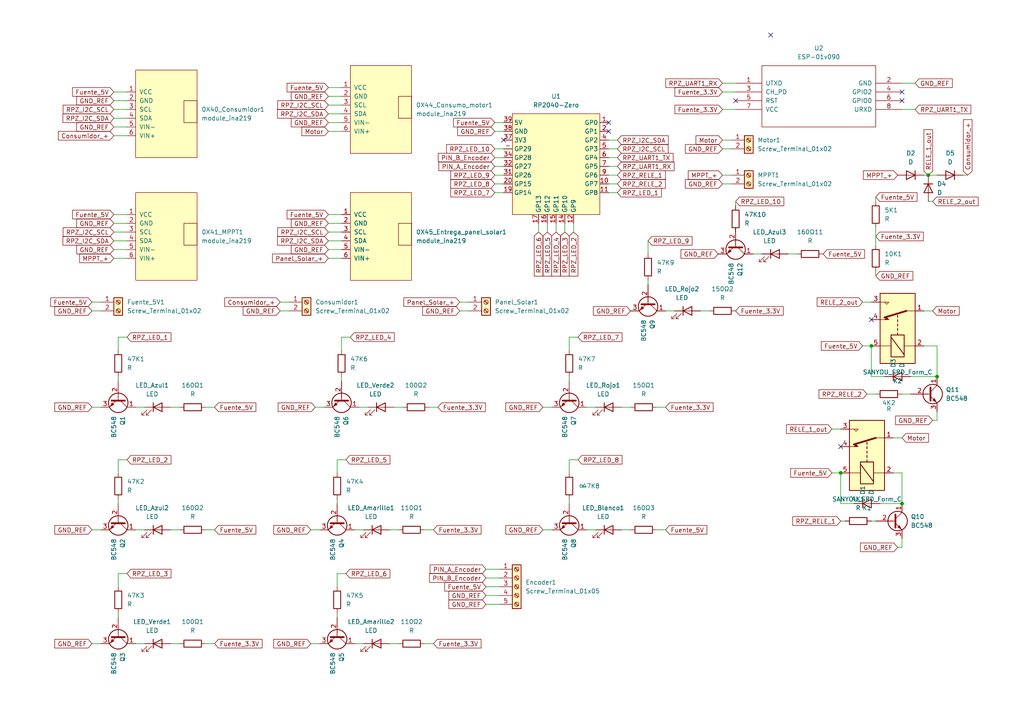
<source format=kicad_sch>
(kicad_sch (version 20231120) (generator "eeschema") (generator_version "8.0")
  (paper "A4")
  (title_block (title "Etapa de Control") (date "05/10/2024") (company "IMPA - Gravicap"))
  (lib_symbols
    (symbol "Connector:Screw_Terminal_01x02" (pin_names (offset 1.016) hide)
      (property "Reference" "J" (at 0 2.54 0))
      (property "Value" "Screw_Terminal_01x02" (at 0 -5.08 0))
      (symbol "Screw_Terminal_01x02_1_1"
        (pin passive line (at -5.08 0 0) (length 3.81) (name "Pin_1") (number "1"))
        (pin passive line (at -5.08 -2.54 0) (length 3.81) (name "Pin_2") (number "2"))
      )
    )
    (symbol "Connector:Screw_Terminal_01x05" (pin_names (offset 1.016) hide)
      (property "Reference" "J" (at 0 7.62 0))
      (property "Value" "Screw_Terminal_01x05" (at 0 -7.62 0))
      (symbol "Screw_Terminal_01x05_1_1"
        (pin passive line (at -5.08 5.08 0) (length 3.81) (name "Pin_1") (number "1"))
        (pin passive line (at -5.08 2.54 0) (length 3.81) (name "Pin_2") (number "2"))
        (pin passive line (at -5.08 0 0) (length 3.81) (name "Pin_3") (number "3"))
        (pin passive line (at -5.08 -2.54 0) (length 3.81) (name "Pin_4") (number "4"))
        (pin passive line (at -5.08 -5.08 0) (length 3.81) (name "Pin_5") (number "5"))
      )
    )
    (symbol "Device:D" (pin_numbers hide) (pin_names (offset 1.016) hide)
      (property "Reference" "D" (at 0 2.54 0))
      (property "Value" "D" (at 0 -2.54 0))
      (symbol "D_1_1"
        (pin passive line (at -3.81 0 0) (length 2.54) (name "K") (number "1"))
        (pin passive line (at 3.81 0 180) (length 2.54) (name "A") (number "2"))
      )
    )
    (symbol "Device:LED" (pin_numbers hide) (pin_names (offset 1.016) hide)
      (property "Reference" "D" (at 0 2.54 0))
      (property "Value" "LED" (at 0 -2.54 0))
      (symbol "LED_1_1"
        (pin passive line (at -3.81 0 0) (length 2.54) (name "K") (number "1"))
        (pin passive line (at 3.81 0 180) (length 2.54) (name "A") (number "2"))
      )
    )
    (symbol "Device:R" (pin_numbers hide) (pin_names (offset 0))
      (property "Reference" "R" (at 2.032 0 90))
      (property "Value" "R" (at 0 0 90))
      (symbol "R_1_1"
        (pin passive line (at 0 3.81 270) (length 1.27) (name "~") (number "1"))
        (pin passive line (at 0 -3.81 90) (length 1.27) (name "~") (number "2"))
      )
    )
    (symbol "ESP8266:ESP-01v090" (pin_names (offset 1.016))
      (property "Reference" "U" (at 0 -2.54 0))
      (property "Value" "ESP-01v090" (at 0 2.54 0))
      (symbol "ESP-01v090_1_1"
        (pin output line (at -24.13 3.81 0) (length 7.62) (name "UTXD") (number "1"))
        (pin power_in line (at 24.13 3.81 180) (length 7.62) (name "GND") (number "2"))
        (pin input line (at -24.13 1.27 0) (length 7.62) (name "CH_PD") (number "3"))
        (pin tri_state line (at 24.13 1.27 180) (length 7.62) (name "GPIO2") (number "4"))
        (pin input line (at -24.13 -1.27 0) (length 7.62) (name "RST") (number "5"))
        (pin tri_state line (at 24.13 -1.27 180) (length 7.62) (name "GPIO0") (number "6"))
        (pin power_in line (at -24.13 -3.81 0) (length 7.62) (name "VCC") (number "7"))
        (pin input line (at 24.13 -3.81 180) (length 7.62) (name "URXD") (number "8"))
      )
    )
    (symbol "RP2040-Zero:RP2040-Zero"
      (property "Reference" "U1" (at 0 12.7 0))
      (property "Value" "RP2040-Zero" (at 0 10.16 0))
      (symbol "RP2040-Zero_1_1"
        (pin bidirectional line (at -15.24 -2.54 0) (length 2.54) (name "GP29") (number "-"))
        (pin bidirectional line (at 15.24 5.08 180) (length 2.54) (name "GP0") (number "1"))
        (pin bidirectional line (at 15.24 -12.7 180) (length 2.54) (name "GP7") (number "10"))
        (pin bidirectional line (at 15.24 -15.24 180) (length 2.54) (name "GP8") (number "11"))
        (pin bidirectional line (at 5.08 -24.13 90) (length 2.54) (name "GP9") (number "12"))
        (pin bidirectional line (at 2.54 -24.13 90) (length 2.54) (name "GP10") (number "14"))
        (pin bidirectional line (at 0 -24.13 90) (length 2.54) (name "GP11") (number "15"))
        (pin bidirectional line (at -2.54 -24.13 90) (length 2.54) (name "GP12") (number "16"))
        (pin bidirectional line (at -5.08 -24.13 90) (length 2.54) (name "GP13") (number "17"))
        (pin bidirectional line (at -15.24 -15.24 0) (length 2.54) (name "GP14") (number "19"))
        (pin bidirectional line (at 15.24 2.54 180) (length 2.54) (name "GP1") (number "2"))
        (pin bidirectional line (at -15.24 -12.7 0) (length 2.54) (name "GP15") (number "20"))
        (pin bidirectional line (at -15.24 -10.16 0) (length 2.54) (name "GP26") (number "31"))
        (pin bidirectional line (at -15.24 -7.62 0) (length 2.54) (name "GP27") (number "32"))
        (pin bidirectional line (at -15.24 -5.08 0) (length 2.54) (name "GP28") (number "34"))
        (pin power_in line (at -15.24 0 0) (length 2.54) (name "3V3") (number "37"))
        (pin power_in line (at -15.24 2.54 0) (length 2.54) (name "GND") (number "38"))
        (pin power_in line (at -15.24 5.08 0) (length 2.54) (name "5V") (number "39"))
        (pin bidirectional line (at 15.24 0 180) (length 2.54) (name "GP2") (number "4"))
        (pin bidirectional line (at 15.24 -2.54 180) (length 2.54) (name "GP3") (number "5"))
        (pin bidirectional line (at 15.24 -5.08 180) (length 2.54) (name "GP4") (number "6"))
        (pin bidirectional line (at 15.24 -7.62 180) (length 2.54) (name "GP5") (number "7"))
        (pin bidirectional line (at 15.24 -10.16 180) (length 2.54) (name "GP6") (number "9"))
      )
    )
    (symbol "Relay:SANYOU_SRD_Form_C"
      (property "Reference" "K" (at 11.43 3.81 0))
      (property "Value" "SANYOU_SRD_Form_C" (at 11.43 1.27 0))
      (symbol "SANYOU_SRD_Form_C_1_1"
        (pin passive line (at 5.08 -7.62 90) (length 2.54) (name "~") (number "1"))
        (pin passive line (at -5.08 -7.62 90) (length 2.54) (name "~") (number "2"))
        (pin passive line (at 7.62 7.62 270) (length 2.54) (name "~") (number "3"))
        (pin passive line (at 2.54 7.62 270) (length 2.54) (name "~") (number "4"))
        (pin passive line (at -5.08 7.62 270) (length 2.54) (name "~") (number "5"))
      )
    )
    (symbol "Transistor_BJT:BC548" (pin_names (offset 0) hide)
      (property "Reference" "Q" (at 5.08 1.905 0))
      (property "Value" "BC548" (at 5.08 0 0))
      (symbol "BC548_1_1"
        (pin passive line (at 2.54 5.08 270) (length 2.54) (name "C") (number "1"))
        (pin input line (at -5.08 0 0) (length 5.08) (name "B") (number "2"))
        (pin passive line (at 2.54 -5.08 90) (length 2.54) (name "E") (number "3"))
      )
    )
    (symbol "usini_sensors:module_ina219" (pin_names (offset 1.016))
      (property "Reference" "U" (at 2.54 12.7 0))
      (property "Value" "module_ina219" (at 10.16 -15.24 0))
      (symbol "module_ina219_1_1"
        (pin input line (at 0 5.08 0) (length 2.54) (name "VCC") (number "1"))
        (pin input line (at 0 2.54 0) (length 2.54) (name "GND") (number "2"))
        (pin input line (at 0 0 0) (length 2.54) (name "SCL") (number "3"))
        (pin input line (at 0 -2.54 0) (length 2.54) (name "SDA") (number "4"))
        (pin input line (at 0 -5.08 0) (length 2.54) (name "VIN-") (number "5"))
        (pin input line (at 0 -7.62 0) (length 2.54) (name "VIN+") (number "6"))
      )
    )
  )
  (junction (at 261.62 146.05))
  (junction (at 269.24 50.8))
  (junction (at 252.73 100.33))
  (junction (at 243.84 137.16))
  (junction (at 271.78 109.22))
  (no_connect (at 213.36 29.21))
  (no_connect (at 176.53 35.56))
  (no_connect (at 261.62 29.21))
  (no_connect (at 146.05 40.64))
  (no_connect (at 243.84 129.54))
  (no_connect (at 261.62 26.67))
  (no_connect (at 223.52 10.16))
  (no_connect (at 176.53 38.1))
  (no_connect (at 252.73 92.71))
  (wire (pts (xy 26.67 118.11) (xy 29.21 118.11)))
  (wire (pts (xy 254 66.04) (xy 254 71.12)))
  (wire (pts (xy 133.35 90.17) (xy 135.89 90.17)))
  (wire (pts (xy 213.36 58.42) (xy 213.36 59.69)))
  (wire (pts (xy 26.67 87.63) (xy 29.21 87.63)))
  (wire (pts (xy 97.79 133.35) (xy 97.79 137.16)))
  (wire (pts (xy 33.02 64.77) (xy 36.83 64.77)))
  (wire (pts (xy 269.24 58.42) (xy 270.51 58.42)))
  (wire (pts (xy 95.25 27.94) (xy 99.06 27.94)))
  (wire (pts (xy 245.11 151.13) (xy 243.84 151.13)))
  (wire (pts (xy 176.53 50.8) (xy 179.07 50.8)))
  (wire (pts (xy 59.69 153.67) (xy 62.23 153.67)))
  (wire (pts (xy 59.69 118.11) (xy 62.23 118.11)))
  (wire (pts (xy 95.25 62.23) (xy 99.06 62.23)))
  (wire (pts (xy 140.97 167.64) (xy 144.78 167.64)))
  (wire (pts (xy 165.1 133.35) (xy 165.1 137.16)))
  (wire (pts (xy 261.62 158.75) (xy 260.35 158.75)))
  (wire (pts (xy 123.19 186.69) (xy 125.73 186.69)))
  (wire (pts (xy 95.25 33.02) (xy 99.06 33.02)))
  (wire (pts (xy 33.02 39.37) (xy 36.83 39.37)))
  (wire (pts (xy 243.84 124.46) (xy 241.3 124.46)))
  (wire (pts (xy 247.65 146.05) (xy 243.84 146.05)))
  (wire (pts (xy 176.53 53.34) (xy 179.07 53.34)))
  (wire (pts (xy 133.35 87.63) (xy 135.89 87.63)))
  (wire (pts (xy 95.25 35.56) (xy 99.06 35.56)))
  (wire (pts (xy 165.1 144.78) (xy 165.1 146.05)))
  (wire (pts (xy 49.53 186.69) (xy 52.07 186.69)))
  (wire (pts (xy 104.14 118.11) (xy 106.68 118.11)))
  (wire (pts (xy 156.21 64.77) (xy 156.21 67.31)))
  (wire (pts (xy 143.51 50.8) (xy 146.05 50.8)))
  (wire (pts (xy 36.83 97.79) (xy 34.29 97.79)))
  (wire (pts (xy 254 58.42) (xy 254 57.15)))
  (wire (pts (xy 180.34 118.11) (xy 182.88 118.11)))
  (wire (pts (xy 250.19 100.33) (xy 252.73 100.33)))
  (wire (pts (xy 261.62 24.13) (xy 265.43 24.13)))
  (wire (pts (xy 254 114.3) (xy 251.46 114.3)))
  (wire (pts (xy 90.17 186.69) (xy 92.71 186.69)))
  (wire (pts (xy 97.79 166.37) (xy 97.79 170.18)))
  (wire (pts (xy 264.16 109.22) (xy 271.78 109.22)))
  (wire (pts (xy 39.37 186.69) (xy 41.91 186.69)))
  (wire (pts (xy 271.78 100.33) (xy 267.97 100.33)))
  (wire (pts (xy 157.48 118.11) (xy 160.02 118.11)))
  (wire (pts (xy 39.37 153.67) (xy 41.91 153.67)))
  (wire (pts (xy 158.75 64.77) (xy 158.75 67.31)))
  (wire (pts (xy 165.1 97.79) (xy 165.1 101.6)))
  (wire (pts (xy 99.06 97.79) (xy 99.06 101.6)))
  (wire (pts (xy 113.03 153.67) (xy 115.57 153.67)))
  (wire (pts (xy 33.02 67.31) (xy 36.83 67.31)))
  (wire (pts (xy 143.51 53.34) (xy 146.05 53.34)))
  (wire (pts (xy 140.97 172.72) (xy 144.78 172.72)))
  (wire (pts (xy 176.53 45.72) (xy 179.07 45.72)))
  (wire (pts (xy 252.73 151.13) (xy 254 151.13)))
  (wire (pts (xy 33.02 31.75) (xy 36.83 31.75)))
  (wire (pts (xy 261.62 137.16) (xy 261.62 146.05)))
  (wire (pts (xy 95.25 67.31) (xy 99.06 67.31)))
  (wire (pts (xy 33.02 62.23) (xy 36.83 62.23)))
  (wire (pts (xy 81.28 90.17) (xy 83.82 90.17)))
  (wire (pts (xy 59.69 186.69) (xy 62.23 186.69)))
  (wire (pts (xy 193.04 90.17) (xy 195.58 90.17)))
  (wire (pts (xy 95.25 38.1) (xy 99.06 38.1)))
  (wire (pts (xy 124.46 118.11) (xy 127 118.11)))
  (wire (pts (xy 261.62 127) (xy 259.08 127)))
  (wire (pts (xy 34.29 133.35) (xy 34.29 137.16)))
  (wire (pts (xy 213.36 67.31) (xy 213.36 66.04)))
  (wire (pts (xy 170.18 118.11) (xy 172.72 118.11)))
  (wire (pts (xy 261.62 114.3) (xy 264.16 114.3)))
  (wire (pts (xy 33.02 74.93) (xy 36.83 74.93)))
  (wire (pts (xy 203.2 90.17) (xy 205.74 90.17)))
  (wire (pts (xy 102.87 186.69) (xy 105.41 186.69)))
  (wire (pts (xy 161.29 64.77) (xy 161.29 67.31)))
  (wire (pts (xy 140.97 175.26) (xy 144.78 175.26)))
  (wire (pts (xy 143.51 45.72) (xy 146.05 45.72)))
  (wire (pts (xy 187.96 81.28) (xy 187.96 82.55)))
  (wire (pts (xy 95.25 25.4) (xy 99.06 25.4)))
  (wire (pts (xy 95.25 72.39) (xy 99.06 72.39)))
  (wire (pts (xy 267.97 50.8) (xy 269.24 50.8)))
  (wire (pts (xy 34.29 177.8) (xy 34.29 179.07)))
  (wire (pts (xy 34.29 97.79) (xy 34.29 101.6)))
  (wire (pts (xy 209.55 53.34) (xy 212.09 53.34)))
  (wire (pts (xy 143.51 55.88) (xy 146.05 55.88)))
  (wire (pts (xy 95.25 69.85) (xy 99.06 69.85)))
  (wire (pts (xy 228.6 73.66) (xy 231.14 73.66)))
  (wire (pts (xy 97.79 177.8) (xy 97.79 179.07)))
  (wire (pts (xy 261.62 137.16) (xy 259.08 137.16)))
  (wire (pts (xy 209.55 31.75) (xy 213.36 31.75)))
  (wire (pts (xy 209.55 50.8) (xy 212.09 50.8)))
  (wire (pts (xy 166.37 64.77) (xy 166.37 67.31)))
  (wire (pts (xy 170.18 153.67) (xy 172.72 153.67)))
  (wire (pts (xy 114.3 118.11) (xy 116.84 118.11)))
  (wire (pts (xy 167.64 97.79) (xy 165.1 97.79)))
  (wire (pts (xy 163.83 64.77) (xy 163.83 67.31)))
  (wire (pts (xy 33.02 72.39) (xy 36.83 72.39)))
  (wire (pts (xy 209.55 26.67) (xy 213.36 26.67)))
  (wire (pts (xy 255.27 146.05) (xy 261.62 146.05)))
  (wire (pts (xy 102.87 153.67) (xy 105.41 153.67)))
  (wire (pts (xy 270.51 90.17) (xy 267.97 90.17)))
  (wire (pts (xy 157.48 153.67) (xy 160.02 153.67)))
  (wire (pts (xy 190.5 118.11) (xy 193.04 118.11)))
  (wire (pts (xy 190.5 153.67) (xy 193.04 153.67)))
  (wire (pts (xy 26.67 153.67) (xy 29.21 153.67)))
  (wire (pts (xy 95.25 74.93) (xy 99.06 74.93)))
  (wire (pts (xy 165.1 109.22) (xy 165.1 110.49)))
  (wire (pts (xy 36.83 133.35) (xy 34.29 133.35)))
  (wire (pts (xy 49.53 118.11) (xy 52.07 118.11)))
  (wire (pts (xy 140.97 170.18) (xy 144.78 170.18)))
  (wire (pts (xy 33.02 36.83) (xy 36.83 36.83)))
  (wire (pts (xy 271.78 119.38) (xy 271.78 121.92)))
  (wire (pts (xy 187.96 69.85) (xy 187.96 73.66)))
  (wire (pts (xy 33.02 69.85) (xy 36.83 69.85)))
  (wire (pts (xy 167.64 133.35) (xy 165.1 133.35)))
  (wire (pts (xy 269.24 50.8) (xy 271.78 50.8)))
  (wire (pts (xy 143.51 38.1) (xy 146.05 38.1)))
  (wire (pts (xy 91.44 118.11) (xy 93.98 118.11)))
  (wire (pts (xy 33.02 26.67) (xy 36.83 26.67)))
  (wire (pts (xy 271.78 100.33) (xy 271.78 109.22)))
  (wire (pts (xy 271.78 121.92) (xy 270.51 121.92)))
  (wire (pts (xy 218.44 73.66) (xy 220.98 73.66)))
  (wire (pts (xy 143.51 43.18) (xy 146.05 43.18)))
  (wire (pts (xy 209.55 24.13) (xy 213.36 24.13)))
  (wire (pts (xy 261.62 31.75) (xy 265.43 31.75)))
  (wire (pts (xy 36.83 166.37) (xy 34.29 166.37)))
  (wire (pts (xy 34.29 144.78) (xy 34.29 146.05)))
  (wire (pts (xy 100.33 166.37) (xy 97.79 166.37)))
  (wire (pts (xy 26.67 186.69) (xy 29.21 186.69)))
  (wire (pts (xy 34.29 109.22) (xy 34.29 110.49)))
  (wire (pts (xy 176.53 55.88) (xy 179.07 55.88)))
  (wire (pts (xy 252.73 87.63) (xy 250.19 87.63)))
  (wire (pts (xy 256.54 109.22) (xy 252.73 109.22)))
  (wire (pts (xy 95.25 30.48) (xy 99.06 30.48)))
  (wire (pts (xy 176.53 43.18) (xy 179.07 43.18)))
  (wire (pts (xy 97.79 144.78) (xy 97.79 146.05)))
  (wire (pts (xy 209.55 40.64) (xy 212.09 40.64)))
  (wire (pts (xy 140.97 165.1) (xy 144.78 165.1)))
  (wire (pts (xy 26.67 90.17) (xy 29.21 90.17)))
  (wire (pts (xy 252.73 109.22) (xy 252.73 100.33)))
  (wire (pts (xy 33.02 29.21) (xy 36.83 29.21)))
  (wire (pts (xy 143.51 48.26) (xy 146.05 48.26)))
  (wire (pts (xy 101.6 97.79) (xy 99.06 97.79)))
  (wire (pts (xy 81.28 87.63) (xy 83.82 87.63)))
  (wire (pts (xy 34.29 166.37) (xy 34.29 170.18)))
  (wire (pts (xy 123.19 153.67) (xy 125.73 153.67)))
  (wire (pts (xy 49.53 153.67) (xy 52.07 153.67)))
  (wire (pts (xy 180.34 153.67) (xy 182.88 153.67)))
  (wire (pts (xy 241.3 137.16) (xy 243.84 137.16)))
  (wire (pts (xy 280.67 50.8) (xy 279.4 50.8)))
  (wire (pts (xy 176.53 40.64) (xy 179.07 40.64)))
  (wire (pts (xy 261.62 156.21) (xy 261.62 158.75)))
  (wire (pts (xy 176.53 48.26) (xy 179.07 48.26)))
  (wire (pts (xy 95.25 64.77) (xy 99.06 64.77)))
  (wire (pts (xy 209.55 43.18) (xy 212.09 43.18)))
  (wire (pts (xy 143.51 35.56) (xy 146.05 35.56)))
  (wire (pts (xy 254 78.74) (xy 254 80.01)))
  (wire (pts (xy 99.06 109.22) (xy 99.06 110.49)))
  (wire (pts (xy 113.03 186.69) (xy 115.57 186.69)))
  (wire (pts (xy 243.84 146.05) (xy 243.84 137.16)))
  (wire (pts (xy 100.33 133.35) (xy 97.79 133.35)))
  (wire (pts (xy 39.37 118.11) (xy 41.91 118.11)))
  (wire (pts (xy 33.02 34.29) (xy 36.83 34.29)))
  (wire (pts (xy 90.17 153.67) (xy 92.71 153.67)))
  (global_label "RPZ_I2C_SCL" (shape input) (at 33.02 67.31 180) (property "Intersheetrefs" "${INTERSHEET_REFS}" (effects (hide yes))))
  (global_label "Motor" (shape input) (at 261.62 127 0) (property "Intersheetrefs" "${INTERSHEET_REFS}" (effects (hide yes))))
  (global_label "PIN_B_Encoder" (shape input) (at 143.51 45.72 180) (property "Intersheetrefs" "${INTERSHEET_REFS}" (effects (hide yes))))
  (global_label "RPZ_LED_9" (shape input) (at 143.51 50.8 180) (property "Intersheetrefs" "${INTERSHEET_REFS}" (effects (hide yes))))
  (global_label "GND_REF" (shape input) (at 90.17 153.67 180) (property "Intersheetrefs" "${INTERSHEET_REFS}" (effects (hide yes))))
  (global_label "MPPT_+" (shape input) (at 33.02 74.93 180) (property "Intersheetrefs" "${INTERSHEET_REFS}" (effects (hide yes))))
  (global_label "RPZ_LED_9" (shape input) (at 187.96 69.85 0) (property "Intersheetrefs" "${INTERSHEET_REFS}" (effects (hide yes))))
  (global_label "GND_REF" (shape input) (at 140.97 172.72 180) (property "Intersheetrefs" "${INTERSHEET_REFS}" (effects (hide yes))))
  (global_label "RPZ_RELE_1" (shape input) (at 243.84 151.13 180) (property "Intersheetrefs" "${INTERSHEET_REFS}" (effects (hide yes))))
  (global_label "GND_REF" (shape input) (at 157.48 118.11 180) (property "Intersheetrefs" "${INTERSHEET_REFS}" (effects (hide yes))))
  (global_label "Fuente_5V" (shape input) (at 26.67 87.63 180) (property "Intersheetrefs" "${INTERSHEET_REFS}" (effects (hide yes))))
  (global_label "RPZ_LED_10" (shape input) (at 143.51 43.18 180) (property "Intersheetrefs" "${INTERSHEET_REFS}" (effects (hide yes))))
  (global_label "RPZ_I2C_SDA" (shape input) (at 33.02 34.29 180) (property "Intersheetrefs" "${INTERSHEET_REFS}" (effects (hide yes))))
  (global_label "GND_REF" (shape input) (at 157.48 153.67 180) (property "Intersheetrefs" "${INTERSHEET_REFS}" (effects (hide yes))))
  (global_label "MPPT_+" (shape input) (at 260.35 50.8 180) (property "Intersheetrefs" "${INTERSHEET_REFS}" (effects (hide yes))))
  (global_label "RPZ_RELE_2" (shape input) (at 251.46 114.3 180) (property "Intersheetrefs" "${INTERSHEET_REFS}" (effects (hide yes))))
  (global_label "Fuente_3.3V" (shape input) (at 125.73 186.69 0) (property "Intersheetrefs" "${INTERSHEET_REFS}" (effects (hide yes))))
  (global_label "Fuente_5V" (shape input) (at 238.76 73.66 0) (property "Intersheetrefs" "${INTERSHEET_REFS}" (effects (hide yes))))
  (global_label "RPZ_LED_7" (shape input) (at 143.51 55.88 180) (property "Intersheetrefs" "${INTERSHEET_REFS}" (effects (hide yes))))
  (global_label "GND_REF" (shape input) (at 260.35 158.75 180) (property "Intersheetrefs" "${INTERSHEET_REFS}" (effects (hide yes))))
  (global_label "Motor" (shape input) (at 209.55 40.64 180) (property "Intersheetrefs" "${INTERSHEET_REFS}" (effects (hide yes))))
  (global_label "RPZ_LED_4" (shape input) (at 101.6 97.79 0) (property "Intersheetrefs" "${INTERSHEET_REFS}" (effects (hide yes))))
  (global_label "Fuente_3.3V" (shape input) (at 209.55 31.75 180) (property "Intersheetrefs" "${INTERSHEET_REFS}" (effects (hide yes))))
  (global_label "RPZ_LED_8" (shape input) (at 143.51 53.34 180) (property "Intersheetrefs" "${INTERSHEET_REFS}" (effects (hide yes))))
  (global_label "RPZ_I2C_SCL" (shape input) (at 95.25 67.31 180) (property "Intersheetrefs" "${INTERSHEET_REFS}" (effects (hide yes))))
  (global_label "RELE_2_out" (shape input) (at 250.19 87.63 180) (property "Intersheetrefs" "${INTERSHEET_REFS}" (effects (hide yes))))
  (global_label "GND_REF" (shape input) (at 208.28 73.66 180) (property "Intersheetrefs" "${INTERSHEET_REFS}" (effects (hide yes))))
  (global_label "GND_REF" (shape input) (at 90.17 186.69 180) (property "Intersheetrefs" "${INTERSHEET_REFS}" (effects (hide yes))))
  (global_label "Fuente_5V" (shape input) (at 254 57.15 0) (property "Intersheetrefs" "${INTERSHEET_REFS}" (effects (hide yes))))
  (global_label "RPZ_I2C_SDA" (shape input) (at 95.25 69.85 180) (property "Intersheetrefs" "${INTERSHEET_REFS}" (effects (hide yes))))
  (global_label "GND_REF" (shape input) (at 254 80.01 0) (property "Intersheetrefs" "${INTERSHEET_REFS}" (effects (hide yes))))
  (global_label "RPZ_LED_7" (shape input) (at 167.64 97.79 0) (property "Intersheetrefs" "${INTERSHEET_REFS}" (effects (hide yes))))
  (global_label "GND_REF" (shape input) (at 26.67 186.69 180) (property "Intersheetrefs" "${INTERSHEET_REFS}" (effects (hide yes))))
  (global_label "RPZ_LED_2" (shape input) (at 36.83 133.35 0) (property "Intersheetrefs" "${INTERSHEET_REFS}" (effects (hide yes))))
  (global_label "Fuente_3.3V" (shape input) (at 62.23 186.69 0) (property "Intersheetrefs" "${INTERSHEET_REFS}" (effects (hide yes))))
  (global_label "RPZ_LED_2" (shape input) (at 166.37 67.31 270) (property "Intersheetrefs" "${INTERSHEET_REFS}" (effects (hide yes))))
  (global_label "Panel_Solar_+" (shape input) (at 133.35 87.63 180) (property "Intersheetrefs" "${INTERSHEET_REFS}" (effects (hide yes))))
  (global_label "GND_REF" (shape input) (at 270.51 121.92 180) (property "Intersheetrefs" "${INTERSHEET_REFS}" (effects (hide yes))))
  (global_label "Consumidor_+" (shape input) (at 81.28 87.63 180) (property "Intersheetrefs" "${INTERSHEET_REFS}" (effects (hide yes))))
  (global_label "GND_REF" (shape input) (at 95.25 27.94 180) (property "Intersheetrefs" "${INTERSHEET_REFS}" (effects (hide yes))))
  (global_label "Fuente_5V" (shape input) (at 62.23 118.11 0) (property "Intersheetrefs" "${INTERSHEET_REFS}" (effects (hide yes))))
  (global_label "Fuente_3.3V" (shape input) (at 213.36 90.17 0) (property "Intersheetrefs" "${INTERSHEET_REFS}" (effects (hide yes))))
  (global_label "RPZ_LED_4" (shape input) (at 161.29 67.31 270) (property "Intersheetrefs" "${INTERSHEET_REFS}" (effects (hide yes))))
  (global_label "GND_REF" (shape input) (at 26.67 118.11 180) (property "Intersheetrefs" "${INTERSHEET_REFS}" (effects (hide yes))))
  (global_label "RPZ_I2C_SCL" (shape input) (at 179.07 43.18 0) (property "Intersheetrefs" "${INTERSHEET_REFS}" (effects (hide yes))))
  (global_label "RPZ_LED_6" (shape input) (at 100.33 166.37 0) (property "Intersheetrefs" "${INTERSHEET_REFS}" (effects (hide yes))))
  (global_label "GND_REF" (shape input) (at 265.43 24.13 0) (property "Intersheetrefs" "${INTERSHEET_REFS}" (effects (hide yes))))
  (global_label "Fuente_5V" (shape input) (at 95.25 25.4 180) (property "Intersheetrefs" "${INTERSHEET_REFS}" (effects (hide yes))))
  (global_label "Fuente_5V" (shape input) (at 62.23 153.67 0) (property "Intersheetrefs" "${INTERSHEET_REFS}" (effects (hide yes))))
  (global_label "GND_REF" (shape input) (at 95.25 35.56 180) (property "Intersheetrefs" "${INTERSHEET_REFS}" (effects (hide yes))))
  (global_label "GND_REF" (shape input) (at 33.02 29.21 180) (property "Intersheetrefs" "${INTERSHEET_REFS}" (effects (hide yes))))
  (global_label "Panel_Solar_+" (shape input) (at 95.25 74.93 180) (property "Intersheetrefs" "${INTERSHEET_REFS}" (effects (hide yes))))
  (global_label "GND_REF" (shape input) (at 81.28 90.17 180) (property "Intersheetrefs" "${INTERSHEET_REFS}" (effects (hide yes))))
  (global_label "Fuente_3.3V" (shape input) (at 209.55 26.67 180) (property "Intersheetrefs" "${INTERSHEET_REFS}" (effects (hide yes))))
  (global_label "Fuente_5V" (shape input) (at 95.25 62.23 180) (property "Intersheetrefs" "${INTERSHEET_REFS}" (effects (hide yes))))
  (global_label "RELE_1_out" (shape input) (at 269.24 50.8 90) (property "Intersheetrefs" "${INTERSHEET_REFS}" (effects (hide yes))))
  (global_label "Fuente_5V" (shape input) (at 33.02 62.23 180) (property "Intersheetrefs" "${INTERSHEET_REFS}" (effects (hide yes))))
  (global_label "GND_REF" (shape input) (at 133.35 90.17 180) (property "Intersheetrefs" "${INTERSHEET_REFS}" (effects (hide yes))))
  (global_label "Fuente_5V" (shape input) (at 193.04 153.67 0) (property "Intersheetrefs" "${INTERSHEET_REFS}" (effects (hide yes))))
  (global_label "MPPT_+" (shape input) (at 209.55 50.8 180) (property "Intersheetrefs" "${INTERSHEET_REFS}" (effects (hide yes))))
  (global_label "RPZ_LED_1" (shape input) (at 36.83 97.79 0) (property "Intersheetrefs" "${INTERSHEET_REFS}" (effects (hide yes))))
  (global_label "GND_REF" (shape input) (at 26.67 153.67 180) (property "Intersheetrefs" "${INTERSHEET_REFS}" (effects (hide yes))))
  (global_label "RPZ_I2C_SCL" (shape input) (at 95.25 30.48 180) (property "Intersheetrefs" "${INTERSHEET_REFS}" (effects (hide yes))))
  (global_label "GND_REF" (shape input) (at 182.88 90.17 180) (property "Intersheetrefs" "${INTERSHEET_REFS}" (effects (hide yes))))
  (global_label "GND_REF" (shape input) (at 95.25 64.77 180) (property "Intersheetrefs" "${INTERSHEET_REFS}" (effects (hide yes))))
  (global_label "Motor" (shape input) (at 95.25 38.1 180) (property "Intersheetrefs" "${INTERSHEET_REFS}" (effects (hide yes))))
  (global_label "GND_REF" (shape input) (at 33.02 36.83 180) (property "Intersheetrefs" "${INTERSHEET_REFS}" (effects (hide yes))))
  (global_label "RPZ_UART1_RX" (shape input) (at 179.07 48.26 0) (property "Intersheetrefs" "${INTERSHEET_REFS}" (effects (hide yes))))
  (global_label "RPZ_UART1_TX" (shape input) (at 179.07 45.72 0) (property "Intersheetrefs" "${INTERSHEET_REFS}" (effects (hide yes))))
  (global_label "Fuente_5V" (shape input) (at 33.02 26.67 180) (property "Intersheetrefs" "${INTERSHEET_REFS}" (effects (hide yes))))
  (global_label "RPZ_I2C_SDA" (shape input) (at 95.25 33.02 180) (property "Intersheetrefs" "${INTERSHEET_REFS}" (effects (hide yes))))
  (global_label "GND_REF" (shape input) (at 140.97 175.26 180) (property "Intersheetrefs" "${INTERSHEET_REFS}" (effects (hide yes))))
  (global_label "Fuente_3.3V" (shape input) (at 127 118.11 0) (property "Intersheetrefs" "${INTERSHEET_REFS}" (effects (hide yes))))
  (global_label "RPZ_LED_10" (shape input) (at 213.36 58.42 0) (property "Intersheetrefs" "${INTERSHEET_REFS}" (effects (hide yes))))
  (global_label "RPZ_UART1_TX" (shape input) (at 265.43 31.75 0) (property "Intersheetrefs" "${INTERSHEET_REFS}" (effects (hide yes))))
  (global_label "RPZ_LED_5" (shape input) (at 158.75 67.31 270) (property "Intersheetrefs" "${INTERSHEET_REFS}" (effects (hide yes))))
  (global_label "RPZ_I2C_SDA" (shape input) (at 179.07 40.64 0) (property "Intersheetrefs" "${INTERSHEET_REFS}" (effects (hide yes))))
  (global_label "Consumidor_+" (shape input) (at 280.67 50.8 90) (property "Intersheetrefs" "${INTERSHEET_REFS}" (effects (hide yes))))
  (global_label "PIN_A_Encoder" (shape input) (at 140.97 165.1 180) (property "Intersheetrefs" "${INTERSHEET_REFS}" (effects (hide yes))))
  (global_label "Fuente_3.3V" (shape input) (at 125.73 153.67 0) (property "Intersheetrefs" "${INTERSHEET_REFS}" (effects (hide yes))))
  (global_label "RPZ_UART1_RX" (shape input) (at 209.55 24.13 180) (property "Intersheetrefs" "${INTERSHEET_REFS}" (effects (hide yes))))
  (global_label "RPZ_LED_3" (shape input) (at 36.83 166.37 0) (property "Intersheetrefs" "${INTERSHEET_REFS}" (effects (hide yes))))
  (global_label "RPZ_LED_1" (shape input) (at 179.07 55.88 0) (property "Intersheetrefs" "${INTERSHEET_REFS}" (effects (hide yes))))
  (global_label "GND_REF" (shape input) (at 209.55 53.34 180) (property "Intersheetrefs" "${INTERSHEET_REFS}" (effects (hide yes))))
  (global_label "Fuente_5V" (shape input) (at 250.19 100.33 180) (property "Intersheetrefs" "${INTERSHEET_REFS}" (effects (hide yes))))
  (global_label "RELE_2_out" (shape input) (at 270.51 58.42 0) (property "Intersheetrefs" "${INTERSHEET_REFS}" (effects (hide yes))))
  (global_label "RPZ_LED_5" (shape input) (at 100.33 133.35 0) (property "Intersheetrefs" "${INTERSHEET_REFS}" (effects (hide yes))))
  (global_label "RELE_1_out" (shape input) (at 241.3 124.46 180) (property "Intersheetrefs" "${INTERSHEET_REFS}" (effects (hide yes))))
  (global_label "GND_REF" (shape input) (at 33.02 64.77 180) (property "Intersheetrefs" "${INTERSHEET_REFS}" (effects (hide yes))))
  (global_label "GND_REF" (shape input) (at 209.55 43.18 180) (property "Intersheetrefs" "${INTERSHEET_REFS}" (effects (hide yes))))
  (global_label "PIN_B_Encoder" (shape input) (at 140.97 167.64 180) (property "Intersheetrefs" "${INTERSHEET_REFS}" (effects (hide yes))))
  (global_label "GND_REF" (shape input) (at 26.67 90.17 180) (property "Intersheetrefs" "${INTERSHEET_REFS}" (effects (hide yes))))
  (global_label "RPZ_LED_6" (shape input) (at 156.21 67.31 270) (property "Intersheetrefs" "${INTERSHEET_REFS}" (effects (hide yes))))
  (global_label "RPZ_RELE_2" (shape input) (at 179.07 53.34 0) (property "Intersheetrefs" "${INTERSHEET_REFS}" (effects (hide yes))))
  (global_label "RPZ_RELE_1" (shape input) (at 179.07 50.8 0) (property "Intersheetrefs" "${INTERSHEET_REFS}" (effects (hide yes))))
  (global_label "Fuente_3.3V" (shape input) (at 193.04 118.11 0) (property "Intersheetrefs" "${INTERSHEET_REFS}" (effects (hide yes))))
  (global_label "RPZ_LED_3" (shape input) (at 163.83 67.31 270) (property "Intersheetrefs" "${INTERSHEET_REFS}" (effects (hide yes))))
  (global_label "RPZ_LED_8" (shape input) (at 167.64 133.35 0) (property "Intersheetrefs" "${INTERSHEET_REFS}" (effects (hide yes))))
  (global_label "PIN_A_Encoder" (shape input) (at 143.51 48.26 180) (property "Intersheetrefs" "${INTERSHEET_REFS}" (effects (hide yes))))
  (global_label "GND_REF" (shape input) (at 143.51 38.1 180) (property "Intersheetrefs" "${INTERSHEET_REFS}" (effects (hide yes))))
  (global_label "Fuente_5V" (shape input) (at 143.51 35.56 180) (property "Intersheetrefs" "${INTERSHEET_REFS}" (effects (hide yes))))
  (global_label "Fuente_3.3V" (shape input) (at 254 68.58 0) (property "Intersheetrefs" "${INTERSHEET_REFS}" (effects (hide yes))))
  (global_label "GND_REF" (shape input) (at 33.02 72.39 180) (property "Intersheetrefs" "${INTERSHEET_REFS}" (effects (hide yes))))
  (global_label "GND_REF" (shape input) (at 95.25 72.39 180) (property "Intersheetrefs" "${INTERSHEET_REFS}" (effects (hide yes))))
  (global_label "Fuente_5V" (shape input) (at 241.3 137.16 180) (property "Intersheetrefs" "${INTERSHEET_REFS}" (effects (hide yes))))
  (global_label "Consumidor_+" (shape input) (at 33.02 39.37 180) (property "Intersheetrefs" "${INTERSHEET_REFS}" (effects (hide yes))))
  (global_label "Fuente_5V" (shape input) (at 140.97 170.18 180) (property "Intersheetrefs" "${INTERSHEET_REFS}" (effects (hide yes))))
  (global_label "GND_REF" (shape input) (at 91.44 118.11 180) (property "Intersheetrefs" "${INTERSHEET_REFS}" (effects (hide yes))))
  (global_label "Motor" (shape input) (at 270.51 90.17 0) (property "Intersheetrefs" "${INTERSHEET_REFS}" (effects (hide yes))))
  (global_label "RPZ_I2C_SCL" (shape input) (at 33.02 31.75 180) (property "Intersheetrefs" "${INTERSHEET_REFS}" (effects (hide yes))))
  (global_label "RPZ_I2C_SDA" (shape input) (at 33.02 69.85 180) (property "Intersheetrefs" "${INTERSHEET_REFS}" (effects (hide yes))))
  (symbol (lib_id "Device:R") (at 119.38 186.69 270) (unit 1)
    (property "Reference" "110Ω2" (at 119.38 180.34 90))
    (property "Value" "R" (at 119.38 182.88 90))
    (property "Footprint" "Resistor_THT:R_Axial_DIN0204_L3.6mm_D1.6mm_P7.62mm_Horizontal" (effects (hide yes)))
    (property "Description" "Resistor" (effects (hide yes)))
  )
  (symbol (lib_id "Device:R") (at 55.88 186.69 270) (unit 1)
    (property "Reference" "100Ω1" (at 55.88 180.34 90))
    (property "Value" "R" (at 55.88 182.88 90))
    (property "Footprint" "Resistor_THT:R_Axial_DIN0204_L3.6mm_D1.6mm_P7.62mm_Horizontal" (effects (hide yes)))
    (property "Description" "Resistor" (effects (hide yes)))
  )
  (symbol (lib_id "Transistor_BJT:BC548") (at 259.08 151.13 0) (unit 1)
    (property "Reference" "Q10" (at 264.16 149.8599 0) (effects (justify left)))
    (property "Value" "BC548" (at 264.16 152.3999 0) (effects (justify left)))
    (property "Footprint" "Package_TO_SOT_THT:TO-92_Inline" (effects (hide yes)))
    (property "Datasheet" "https://www.onsemi.com/pub/Collateral/BC550-D.pdf" (effects (hide yes)))
    (property "Description" "0.1A Ic, 30V Vce, Small Signal NPN Transistor, TO-92" (effects (hide yes)))
  )
  (symbol (lib_id "Device:R") (at 55.88 118.11 270) (unit 1)
    (property "Reference" "160Ω1" (at 55.88 111.76 90))
    (property "Value" "R" (at 55.88 114.3 90))
    (property "Footprint" "Resistor_THT:R_Axial_DIN0204_L3.6mm_D1.6mm_P7.62mm_Horizontal" (effects (hide yes)))
    (property "Description" "Resistor" (effects (hide yes)))
  )
  (symbol (lib_id "Connector:Screw_Terminal_01x05") (at 149.86 170.18 0) (unit 1)
    (property "Reference" "Encoder1" (at 152.4 168.9099 0) (effects (justify left)))
    (property "Value" "Screw_Terminal_01x05" (at 152.4 171.4499 0) (effects (justify left)))
    (property "Footprint" "TerminalBlock:TerminalBlock_bornier-5_P5.08mm" (effects (hide yes)))
    (property "Description" "Generic screw terminal, single row, 01x05, script generated (kicad-library-utils/schlib/autogen/connector/)" (effects (hide yes)))
  )
  (symbol (lib_id "Device:D") (at 251.46 146.05 0) (unit 1)
    (property "Reference" "D1" (at 250.1899 143.51 90) (effects (justify left)))
    (property "Value" "D" (at 252.7299 143.51 90) (effects (justify left)))
    (property "Footprint" "Diode_THT:D_5W_P10.16mm_Horizontal" (effects (hide yes)))
    (property "Description" "Diode" (effects (hide yes)))
    (property "Sim.Device" "D" (effects (hide yes)))
    (property "Sim.Pins" "1=K 2=A" (effects (hide yes)))
  )
  (symbol (lib_id "usini_sensors:module_ina219") (at 99.06 30.48 0) (unit 1)
    (property "Reference" "0X44_Consumo_motor1" (at 120.65 30.4799 0) (effects (justify left)))
    (property "Value" "module_ina219" (at 120.65 33.0199 0) (effects (justify left)))
    (property "Footprint" "RP2040-Zero:module_ina219" (effects (hide yes)))
  )
  (symbol (lib_id "Device:R") (at 34.29 173.99 180) (unit 1)
    (property "Reference" "47K3" (at 36.83 172.7199 0) (effects (justify right)))
    (property "Value" "R" (at 36.83 175.2599 0) (effects (justify right)))
    (property "Footprint" "Resistor_THT:R_Axial_DIN0204_L3.6mm_D1.6mm_P7.62mm_Horizontal" (effects (hide yes)))
    (property "Description" "Resistor" (effects (hide yes)))
  )
  (symbol (lib_id "ESP8266:ESP-01v090") (at 237.49 27.94 0) (unit 1)
    (property "Reference" "U2" (at 237.49 13.97 0))
    (property "Value" "ESP-01v090" (at 237.49 16.51 0))
    (property "Footprint" "RP2040-Zero:ESP-01" (effects (hide yes)))
    (property "Datasheet" "http://l0l.org.uk/2014/12/esp8266-modules-hardware-guide-gotta-catch-em-all/" (effects (hide yes)))
    (property "Description" "ESP8266 ESP-01 module, v090" (effects (hide yes)))
  )
  (symbol (lib_id "Relay:SANYOU_SRD_Form_C") (at 251.46 132.08 90) (unit 1)
    (property "Reference" "K1" (at 251.46 147.32 90))
    (property "Value" "SANYOU_SRD_Form_C" (at 251.46 144.78 90))
    (property "Footprint" "Relay_THT:Relay_SPDT_SANYOU_SRD_Series_Form_C" (effects (hide yes)))
    (property "Datasheet" "http://www.sanyourelay.ca/public/products/pdf/SRD.pdf" (effects (hide yes)))
    (property "Description" "Sanyo SRD relay, Single Pole Miniature Power Relay," (effects (hide yes)))
  )
  (symbol (lib_id "Device:LED") (at 199.39 90.17 0) (unit 1)
    (property "Reference" "LED_Rojo2" (at 197.8025 83.82 0))
    (property "Value" "LED" (at 197.8025 86.36 0))
    (property "Footprint" "LED_THT:LED_D3.0mm" (effects (hide yes)))
    (property "Description" "Light emitting diode" (effects (hide yes)))
  )
  (symbol (lib_id "Device:R") (at 187.96 77.47 180) (unit 1)
    (property "Reference" "47K9" (at 190.5 76.1999 0) (effects (justify right)))
    (property "Value" "R" (at 190.5 78.7399 0) (effects (justify right)))
    (property "Footprint" "Resistor_THT:R_Axial_DIN0204_L3.6mm_D1.6mm_P7.62mm_Horizontal" (effects (hide yes)))
    (property "Description" "Resistor" (effects (hide yes)))
  )
  (symbol (lib_id "Connector:Screw_Terminal_01x02") (at 140.97 87.63 0) (unit 1)
    (property "Reference" "Panel_Solar1" (at 143.51 87.6299 0) (effects (justify left)))
    (property "Value" "Screw_Terminal_01x02" (at 143.51 90.1699 0) (effects (justify left)))
    (property "Footprint" "TerminalBlock:TerminalBlock_bornier-2_P5.08mm" (effects (hide yes)))
    (property "Description" "Generic screw terminal, single row, 01x02, script generated (kicad-library-utils/schlib/autogen/connector/)" (effects (hide yes)))
  )
  (symbol (lib_id "Transistor_BJT:BC548") (at 165.1 115.57 270) (unit 1)
    (property "Reference" "Q7" (at 166.3701 120.65 0) (effects (justify left)))
    (property "Value" "BC548" (at 163.8301 120.65 0) (effects (justify left)))
    (property "Footprint" "Package_TO_SOT_THT:TO-92_Inline" (effects (hide yes)))
    (property "Datasheet" "https://www.onsemi.com/pub/Collateral/BC550-D.pdf" (effects (hide yes)))
    (property "Description" "0.1A Ic, 30V Vce, Small Signal NPN Transistor, TO-92" (effects (hide yes)))
  )
  (symbol (lib_id "usini_sensors:module_ina219") (at 36.83 31.75 0) (unit 1)
    (property "Reference" "0X40_Consumidor1" (at 58.42 31.7499 0) (effects (justify left)))
    (property "Value" "module_ina219" (at 58.42 34.2899 0) (effects (justify left)))
    (property "Footprint" "RP2040-Zero:module_ina219" (effects (hide yes)))
  )
  (symbol (lib_id "Device:LED") (at 110.49 118.11 0) (unit 1)
    (property "Reference" "LED_Verde2" (at 108.9025 111.76 0))
    (property "Value" "LED" (at 108.9025 114.3 0))
    (property "Footprint" "LED_THT:LED_D3.0mm" (effects (hide yes)))
    (property "Description" "Light emitting diode" (effects (hide yes)))
  )
  (symbol (lib_id "Connector:Screw_Terminal_01x02") (at 217.17 40.64 0) (unit 1)
    (property "Reference" "Motor1" (at 219.71 40.6399 0) (effects (justify left)))
    (property "Value" "Screw_Terminal_01x02" (at 219.71 43.1799 0) (effects (justify left)))
    (property "Footprint" "TerminalBlock:TerminalBlock_bornier-2_P5.08mm" (effects (hide yes)))
    (property "Description" "Generic screw terminal, single row, 01x02, script generated (kicad-library-utils/schlib/autogen/connector/)" (effects (hide yes)))
  )
  (symbol (lib_id "Device:R") (at 248.92 151.13 270) (unit 1)
    (property "Reference" "4K1" (at 248.92 144.78 90))
    (property "Value" "R" (at 248.92 147.32 90))
    (property "Footprint" "Resistor_THT:R_Axial_DIN0204_L3.6mm_D1.6mm_P7.62mm_Horizontal" (effects (hide yes)))
    (property "Description" "Resistor" (effects (hide yes)))
  )
  (symbol (lib_id "Device:R") (at 254 74.93 0) (unit 1)
    (property "Reference" "10K1" (at 256.54 73.6599 0) (effects (justify left)))
    (property "Value" "R" (at 256.54 76.1999 0) (effects (justify left)))
    (property "Footprint" "Resistor_THT:R_Axial_DIN0204_L3.6mm_D1.6mm_P7.62mm_Horizontal" (effects (hide yes)))
    (property "Description" "Resistor" (effects (hide yes)))
  )
  (symbol (lib_id "Transistor_BJT:BC548") (at 99.06 115.57 270) (unit 1)
    (property "Reference" "Q6" (at 100.3301 120.65 0) (effects (justify left)))
    (property "Value" "BC548" (at 97.7901 120.65 0) (effects (justify left)))
    (property "Footprint" "Package_TO_SOT_THT:TO-92_Inline" (effects (hide yes)))
    (property "Datasheet" "https://www.onsemi.com/pub/Collateral/BC550-D.pdf" (effects (hide yes)))
    (property "Description" "0.1A Ic, 30V Vce, Small Signal NPN Transistor, TO-92" (effects (hide yes)))
  )
  (symbol (lib_id "Transistor_BJT:BC548") (at 187.96 87.63 270) (unit 1)
    (property "Reference" "Q9" (at 189.2301 92.71 0) (effects (justify left)))
    (property "Value" "BC548" (at 186.6901 92.71 0) (effects (justify left)))
    (property "Footprint" "Package_TO_SOT_THT:TO-92_Inline" (effects (hide yes)))
    (property "Datasheet" "https://www.onsemi.com/pub/Collateral/BC550-D.pdf" (effects (hide yes)))
    (property "Description" "0.1A Ic, 30V Vce, Small Signal NPN Transistor, TO-92" (effects (hide yes)))
  )
  (symbol (lib_id "Transistor_BJT:BC548") (at 97.79 151.13 270) (unit 1)
    (property "Reference" "Q4" (at 99.0601 156.21 0) (effects (justify left)))
    (property "Value" "BC548" (at 96.5201 156.21 0) (effects (justify left)))
    (property "Footprint" "Package_TO_SOT_THT:TO-92_Inline" (effects (hide yes)))
    (property "Datasheet" "https://www.onsemi.com/pub/Collateral/BC550-D.pdf" (effects (hide yes)))
    (property "Description" "0.1A Ic, 30V Vce, Small Signal NPN Transistor, TO-92" (effects (hide yes)))
  )
  (symbol (lib_id "Transistor_BJT:BC548") (at 165.1 151.13 270) (unit 1)
    (property "Reference" "Q8" (at 166.3701 156.21 0) (effects (justify left)))
    (property "Value" "BC548" (at 163.8301 156.21 0) (effects (justify left)))
    (property "Footprint" "Package_TO_SOT_THT:TO-92_Inline" (effects (hide yes)))
    (property "Datasheet" "https://www.onsemi.com/pub/Collateral/BC550-D.pdf" (effects (hide yes)))
    (property "Description" "0.1A Ic, 30V Vce, Small Signal NPN Transistor, TO-92" (effects (hide yes)))
  )
  (symbol (lib_id "usini_sensors:module_ina219") (at 99.06 67.31 0) (unit 1)
    (property "Reference" "0X45_Entrega_panel_solar1" (at 120.65 67.3099 0) (effects (justify left)))
    (property "Value" "module_ina219" (at 120.65 69.8499 0) (effects (justify left)))
    (property "Footprint" "RP2040-Zero:module_ina219" (effects (hide yes)))
  )
  (symbol (lib_id "Connector:Screw_Terminal_01x02") (at 217.17 50.8 0) (unit 1)
    (property "Reference" "MPPT1" (at 219.71 50.7999 0) (effects (justify left)))
    (property "Value" "Screw_Terminal_01x02" (at 219.71 53.3399 0) (effects (justify left)))
    (property "Footprint" "TerminalBlock:TerminalBlock_bornier-2_P5.08mm" (effects (hide yes)))
    (property "Description" "Generic screw terminal, single row, 01x02, script generated (kicad-library-utils/schlib/autogen/connector/)" (effects (hide yes)))
  )
  (symbol (lib_id "Device:R") (at 99.06 105.41 180) (unit 1)
    (property "Reference" "47K6" (at 101.6 104.1399 0) (effects (justify right)))
    (property "Value" "R" (at 101.6 106.6799 0) (effects (justify right)))
    (property "Footprint" "Resistor_THT:R_Axial_DIN0204_L3.6mm_D1.6mm_P7.62mm_Horizontal" (effects (hide yes)))
    (property "Description" "Resistor" (effects (hide yes)))
  )
  (symbol (lib_id "RP2040-Zero:RP2040-Zero") (at 161.29 40.64 0) (unit 1)
    (property "Reference" "U1" (at 161.29 27.94 0))
    (property "Value" "RP2040-Zero" (at 161.29 30.48 0))
    (property "Footprint" "RP2040-Zero:RP2040-Zero" (effects (hide yes)))
  )
  (symbol (lib_id "Device:R") (at 234.95 73.66 270) (unit 1)
    (property "Reference" "160Ω11" (at 234.95 67.31 90))
    (property "Value" "R" (at 234.95 69.85 90))
    (property "Footprint" "Resistor_THT:R_Axial_DIN0204_L3.6mm_D1.6mm_P7.62mm_Horizontal" (effects (hide yes)))
    (property "Description" "Resistor" (effects (hide yes)))
  )
  (symbol (lib_id "Device:R") (at 120.65 118.11 270) (unit 1)
    (property "Reference" "100Ω2" (at 120.65 111.76 90))
    (property "Value" "R" (at 120.65 114.3 90))
    (property "Footprint" "Resistor_THT:R_Axial_DIN0204_L3.6mm_D1.6mm_P7.62mm_Horizontal" (effects (hide yes)))
    (property "Description" "Resistor" (effects (hide yes)))
  )
  (symbol (lib_id "Transistor_BJT:BC548") (at 34.29 184.15 270) (unit 1)
    (property "Reference" "Q3" (at 35.5601 189.23 0) (effects (justify left)))
    (property "Value" "BC548" (at 33.0201 189.23 0) (effects (justify left)))
    (property "Footprint" "Package_TO_SOT_THT:TO-92_Inline" (effects (hide yes)))
    (property "Datasheet" "https://www.onsemi.com/pub/Collateral/BC550-D.pdf" (effects (hide yes)))
    (property "Description" "0.1A Ic, 30V Vce, Small Signal NPN Transistor, TO-92" (effects (hide yes)))
  )
  (symbol (lib_id "Transistor_BJT:BC548") (at 34.29 115.57 270) (unit 1)
    (property "Reference" "Q1" (at 35.5601 120.65 0) (effects (justify left)))
    (property "Value" "BC548" (at 33.0201 120.65 0) (effects (justify left)))
    (property "Footprint" "Package_TO_SOT_THT:TO-92_Inline" (effects (hide yes)))
    (property "Datasheet" "https://www.onsemi.com/pub/Collateral/BC550-D.pdf" (effects (hide yes)))
    (property "Description" "0.1A Ic, 30V Vce, Small Signal NPN Transistor, TO-92" (effects (hide yes)))
  )
  (symbol (lib_id "Device:R") (at 97.79 173.99 180) (unit 1)
    (property "Reference" "47K5" (at 100.33 172.7199 0) (effects (justify right)))
    (property "Value" "R" (at 100.33 175.2599 0) (effects (justify right)))
    (property "Footprint" "Resistor_THT:R_Axial_DIN0204_L3.6mm_D1.6mm_P7.62mm_Horizontal" (effects (hide yes)))
    (property "Description" "Resistor" (effects (hide yes)))
  )
  (symbol (lib_id "Device:D") (at 264.16 50.8 180) (unit 1)
    (property "Reference" "D2" (at 264.16 44.45 0))
    (property "Value" "D" (at 264.16 46.99 0))
    (property "Footprint" "Diode_THT:D_5W_P10.16mm_Horizontal" (effects (hide yes)))
    (property "Description" "Diode" (effects (hide yes)))
    (property "Sim.Device" "D" (effects (hide yes)))
    (property "Sim.Pins" "1=K 2=A" (effects (hide yes)))
  )
  (symbol (lib_id "Device:R") (at 34.29 105.41 180) (unit 1)
    (property "Reference" "47K1" (at 36.83 104.1399 0) (effects (justify right)))
    (property "Value" "R" (at 36.83 106.6799 0) (effects (justify right)))
    (property "Footprint" "Resistor_THT:R_Axial_DIN0207_L6.3mm_D2.5mm_P15.24mm_Horizontal" (effects (hide yes)))
    (property "Description" "Resistor" (effects (hide yes)))
  )
  (symbol (lib_id "Device:R") (at 213.36 63.5 180) (unit 1)
    (property "Reference" "47K10" (at 215.9 62.2299 0) (effects (justify right)))
    (property "Value" "R" (at 215.9 64.7699 0) (effects (justify right)))
    (property "Footprint" "Resistor_THT:R_Axial_DIN0204_L3.6mm_D1.6mm_P7.62mm_Horizontal" (effects (hide yes)))
    (property "Description" "Resistor" (effects (hide yes)))
  )
  (symbol (lib_id "Device:R") (at 254 62.23 0) (unit 1)
    (property "Reference" "5K1" (at 256.54 60.9599 0) (effects (justify left)))
    (property "Value" "R" (at 256.54 63.4999 0) (effects (justify left)))
    (property "Footprint" "Resistor_THT:R_Axial_DIN0204_L3.6mm_D1.6mm_P7.62mm_Horizontal" (effects (hide yes)))
    (property "Description" "Resistor" (effects (hide yes)))
  )
  (symbol (lib_id "Device:R") (at 209.55 90.17 270) (unit 1)
    (property "Reference" "150Ω2" (at 209.55 83.82 90))
    (property "Value" "R" (at 209.55 86.36 90))
    (property "Footprint" "Resistor_THT:R_Axial_DIN0204_L3.6mm_D1.6mm_P7.62mm_Horizontal" (effects (hide yes)))
    (property "Description" "Resistor" (effects (hide yes)))
  )
  (symbol (lib_id "Device:R") (at 55.88 153.67 270) (unit 1)
    (property "Reference" "160Ω2" (at 55.88 147.32 90))
    (property "Value" "R" (at 55.88 149.86 90))
    (property "Footprint" "Resistor_THT:R_Axial_DIN0204_L3.6mm_D1.6mm_P7.62mm_Horizontal" (effects (hide yes)))
    (property "Description" "Resistor" (effects (hide yes)))
  )
  (symbol (lib_id "usini_sensors:module_ina219") (at 36.83 67.31 0) (unit 1)
    (property "Reference" "0X41_MPPT1" (at 58.42 67.3099 0) (effects (justify left)))
    (property "Value" "module_ina219" (at 58.42 69.8499 0) (effects (justify left)))
    (property "Footprint" "RP2040-Zero:module_ina219" (effects (hide yes)))
  )
  (symbol (lib_id "Transistor_BJT:BC548") (at 213.36 71.12 270) (unit 1)
    (property "Reference" "Q12" (at 214.6301 76.2 0) (effects (justify left)))
    (property "Value" "BC548" (at 212.0901 76.2 0) (effects (justify left)))
    (property "Footprint" "Package_TO_SOT_THT:TO-92_Inline" (effects (hide yes)))
    (property "Datasheet" "https://www.onsemi.com/pub/Collateral/BC550-D.pdf" (effects (hide yes)))
    (property "Description" "0.1A Ic, 30V Vce, Small Signal NPN Transistor, TO-92" (effects (hide yes)))
  )
  (symbol (lib_id "Device:LED") (at 176.53 153.67 0) (unit 1)
    (property "Reference" "LED_Blanco1" (at 174.9425 147.32 0))
    (property "Value" "LED" (at 174.9425 149.86 0))
    (property "Footprint" "LED_THT:LED_D3.0mm" (effects (hide yes)))
    (property "Description" "Light emitting diode" (effects (hide yes)))
  )
  (symbol (lib_id "Device:LED") (at 45.72 186.69 0) (unit 1)
    (property "Reference" "LED_Verde1" (at 44.1325 180.34 0))
    (property "Value" "LED" (at 44.1325 182.88 0))
    (property "Footprint" "LED_THT:LED_D3.0mm" (effects (hide yes)))
    (property "Description" "Light emitting diode" (effects (hide yes)))
  )
  (symbol (lib_id "Device:R") (at 186.69 118.11 270) (unit 1)
    (property "Reference" "150Ω1" (at 186.69 111.76 90))
    (property "Value" "R" (at 186.69 114.3 90))
    (property "Footprint" "Resistor_THT:R_Axial_DIN0204_L3.6mm_D1.6mm_P7.62mm_Horizontal" (effects (hide yes)))
    (property "Description" "Resistor" (effects (hide yes)))
  )
  (symbol (lib_id "Transistor_BJT:BC548") (at 34.29 151.13 270) (unit 1)
    (property "Reference" "Q2" (at 35.5601 156.21 0) (effects (justify left)))
    (property "Value" "BC548" (at 33.0201 156.21 0) (effects (justify left)))
    (property "Footprint" "Package_TO_SOT_THT:TO-92_Inline" (effects (hide yes)))
    (property "Datasheet" "https://www.onsemi.com/pub/Collateral/BC550-D.pdf" (effects (hide yes)))
    (property "Description" "0.1A Ic, 30V Vce, Small Signal NPN Transistor, TO-92" (effects (hide yes)))
  )
  (symbol (lib_id "Device:LED") (at 109.22 186.69 0) (unit 1)
    (property "Reference" "LED_Amarillo2" (at 107.6325 180.34 0))
    (property "Value" "LED" (at 107.6325 182.88 0))
    (property "Footprint" "LED_THT:LED_D3.0mm" (effects (hide yes)))
    (property "Description" "Light emitting diode" (effects (hide yes)))
  )
  (symbol (lib_id "Device:LED") (at 109.22 153.67 0) (unit 1)
    (property "Reference" "LED_Amarillo1" (at 107.6325 147.32 0))
    (property "Value" "LED" (at 107.6325 149.86 0))
    (property "Footprint" "LED_THT:LED_D3.0mm" (effects (hide yes)))
    (property "Description" "Light emitting diode" (effects (hide yes)))
  )
  (symbol (lib_id "Device:D") (at 269.24 54.61 270) (unit 1)
    (property "Reference" "D4" (at 271.78 53.3399 90) (effects (justify left)))
    (property "Value" "D" (at 271.78 55.8799 90) (effects (justify left)))
    (property "Footprint" "Diode_THT:D_5W_P10.16mm_Horizontal" (effects (hide yes)))
    (property "Description" "Diode" (effects (hide yes)))
    (property "Sim.Device" "D" (effects (hide yes)))
    (property "Sim.Pins" "1=K 2=A" (effects (hide yes)))
  )
  (symbol (lib_id "Device:R") (at 165.1 140.97 180) (unit 1)
    (property "Reference" "47K8" (at 171.45 140.97 0))
    (property "Value" "R" (at 168.91 140.97 90))
    (property "Footprint" "Resistor_THT:R_Axial_DIN0204_L3.6mm_D1.6mm_P7.62mm_Horizontal" (effects (hide yes)))
    (property "Description" "Resistor" (effects (hide yes)))
  )
  (symbol (lib_id "Device:LED") (at 224.79 73.66 0) (unit 1)
    (property "Reference" "LED_Azul3" (at 223.2025 67.31 0))
    (property "Value" "LED" (at 223.2025 69.85 0))
    (property "Footprint" "LED_THT:LED_D3.0mm" (effects (hide yes)))
    (property "Description" "Light emitting diode" (effects (hide yes)))
  )
  (symbol (lib_id "Device:R") (at 186.69 153.67 270) (unit 1)
    (property "Reference" "160Ω3" (at 186.69 147.32 90))
    (property "Value" "R" (at 186.69 149.86 90))
    (property "Footprint" "Resistor_THT:R_Axial_DIN0204_L3.6mm_D1.6mm_P7.62mm_Horizontal" (effects (hide yes)))
    (property "Description" "Resistor" (effects (hide yes)))
  )
  (symbol (lib_id "Transistor_BJT:BC548") (at 269.24 114.3 0) (unit 1)
    (property "Reference" "Q11" (at 274.32 113.0299 0) (effects (justify left)))
    (property "Value" "BC548" (at 274.32 115.5699 0) (effects (justify left)))
    (property "Footprint" "Package_TO_SOT_THT:TO-92_Inline" (effects (hide yes)))
    (property "Datasheet" "https://www.onsemi.com/pub/Collateral/BC550-D.pdf" (effects (hide yes)))
    (property "Description" "0.1A Ic, 30V Vce, Small Signal NPN Transistor, TO-92" (effects (hide yes)))
  )
  (symbol (lib_id "Device:R") (at 34.29 140.97 180) (unit 1)
    (property "Reference" "47K2" (at 36.83 139.6999 0) (effects (justify right)))
    (property "Value" "R" (at 36.83 142.2399 0) (effects (justify right)))
    (property "Footprint" "Resistor_THT:R_Axial_DIN0204_L3.6mm_D1.6mm_P7.62mm_Horizontal" (effects (hide yes)))
    (property "Description" "Resistor" (effects (hide yes)))
  )
  (symbol (lib_id "Connector:Screw_Terminal_01x02") (at 34.29 87.63 0) (unit 1)
    (property "Reference" "Fuente_5V1" (at 36.83 87.6299 0) (effects (justify left)))
    (property "Value" "Screw_Terminal_01x02" (at 36.83 90.1699 0) (effects (justify left)))
    (property "Footprint" "TerminalBlock:TerminalBlock_bornier-2_P5.08mm" (effects (hide yes)))
    (property "Description" "Generic screw terminal, single row, 01x02, script generated (kicad-library-utils/schlib/autogen/connector/)" (effects (hide yes)))
  )
  (symbol (lib_id "Connector:Screw_Terminal_01x02") (at 88.9 87.63 0) (unit 1)
    (property "Reference" "Consumidor1" (at 91.44 87.6299 0) (effects (justify left)))
    (property "Value" "Screw_Terminal_01x02" (at 91.44 90.1699 0) (effects (justify left)))
    (property "Footprint" "TerminalBlock:TerminalBlock_bornier-2_P5.08mm" (effects (hide yes)))
    (property "Description" "Generic screw terminal, single row, 01x02, script generated (kicad-library-utils/schlib/autogen/connector/)" (effects (hide yes)))
  )
  (symbol (lib_id "Device:LED") (at 45.72 118.11 0) (unit 1)
    (property "Reference" "LED_Azul1" (at 44.1325 111.76 0))
    (property "Value" "LED" (at 44.1325 114.3 0))
    (property "Footprint" "LED_THT:LED_D3.0mm" (effects (hide yes)))
    (property "Description" "Light emitting diode" (effects (hide yes)))
  )
  (symbol (lib_id "Device:LED") (at 45.72 153.67 0) (unit 1)
    (property "Reference" "LED_Azul2" (at 44.1325 147.32 0))
    (property "Value" "LED" (at 44.1325 149.86 0))
    (property "Footprint" "LED_THT:LED_D3.0mm" (effects (hide yes)))
    (property "Description" "Light emitting diode" (effects (hide yes)))
  )
  (symbol (lib_id "Device:D") (at 275.59 50.8 180) (unit 1)
    (property "Reference" "D5" (at 275.59 44.45 0))
    (property "Value" "D" (at 275.59 46.99 0))
    (property "Footprint" "Diode_THT:D_5W_P10.16mm_Horizontal" (effects (hide yes)))
    (property "Description" "Diode" (effects (hide yes)))
    (property "Sim.Device" "D" (effects (hide yes)))
    (property "Sim.Pins" "1=K 2=A" (effects (hide yes)))
  )
  (symbol (lib_id "Device:LED") (at 176.53 118.11 0) (unit 1)
    (property "Reference" "LED_Rojo1" (at 174.9425 111.76 0))
    (property "Value" "LED" (at 174.9425 114.3 0))
    (property "Footprint" "LED_THT:LED_D3.0mm" (effects (hide yes)))
    (property "Description" "Light emitting diode" (effects (hide yes)))
  )
  (symbol (lib_id "Device:R") (at 119.38 153.67 270) (unit 1)
    (property "Reference" "110Ω1" (at 119.38 147.32 90))
    (property "Value" "R" (at 119.38 149.86 90))
    (property "Footprint" "Resistor_THT:R_Axial_DIN0204_L3.6mm_D1.6mm_P7.62mm_Horizontal" (effects (hide yes)))
    (property "Description" "Resistor" (effects (hide yes)))
  )
  (symbol (lib_id "Device:R") (at 97.79 140.97 180) (unit 1)
    (property "Reference" "47K4" (at 100.33 139.6999 0) (effects (justify right)))
    (property "Value" "R" (at 100.33 142.2399 0) (effects (justify right)))
    (property "Footprint" "Resistor_THT:R_Axial_DIN0204_L3.6mm_D1.6mm_P7.62mm_Horizontal" (effects (hide yes)))
    (property "Description" "Resistor" (effects (hide yes)))
  )
  (symbol (lib_id "Relay:SANYOU_SRD_Form_C") (at 260.35 95.25 90) (unit 1)
    (property "Reference" "K2" (at 260.35 110.49 90))
    (property "Value" "SANYOU_SRD_Form_C" (at 260.35 107.95 90))
    (property "Footprint" "Relay_THT:Relay_SPDT_SANYOU_SRD_Series_Form_C" (effects (hide yes)))
    (property "Datasheet" "http://www.sanyourelay.ca/public/products/pdf/SRD.pdf" (effects (hide yes)))
    (property "Description" "Sanyo SRD relay, Single Pole Miniature Power Relay," (effects (hide yes)))
  )
  (symbol (lib_id "Device:R") (at 165.1 105.41 180) (unit 1)
    (property "Reference" "47K7" (at 167.64 104.1399 0) (effects (justify right)))
    (property "Value" "R" (at 167.64 106.6799 0) (effects (justify right)))
    (property "Footprint" "Resistor_THT:R_Axial_DIN0204_L3.6mm_D1.6mm_P7.62mm_Horizontal" (effects (hide yes)))
    (property "Description" "Resistor" (effects (hide yes)))
  )
  (symbol (lib_id "Transistor_BJT:BC548") (at 97.79 184.15 270) (unit 1)
    (property "Reference" "Q5" (at 99.0601 189.23 0) (effects (justify left)))
    (property "Value" "BC548" (at 96.5201 189.23 0) (effects (justify left)))
    (property "Footprint" "Package_TO_SOT_THT:TO-92_Inline" (effects (hide yes)))
    (property "Datasheet" "https://www.onsemi.com/pub/Collateral/BC550-D.pdf" (effects (hide yes)))
    (property "Description" "0.1A Ic, 30V Vce, Small Signal NPN Transistor, TO-92" (effects (hide yes)))
  )
  (symbol (lib_id "Device:R") (at 257.81 114.3 270) (unit 1)
    (property "Reference" "4K2" (at 257.81 116.84 90))
    (property "Value" "R" (at 257.81 118.618 90))
    (property "Footprint" "Resistor_THT:R_Axial_DIN0204_L3.6mm_D1.6mm_P7.62mm_Horizontal" (effects (hide yes)))
    (property "Description" "Resistor" (effects (hide yes)))
  )
  (symbol (lib_id "Device:D") (at 260.35 109.22 0) (unit 1)
    (property "Reference" "D3" (at 259.0799 106.68 90) (effects (justify left)))
    (property "Value" "D" (at 261.6199 106.68 90) (effects (justify left)))
    (property "Footprint" "Diode_THT:D_5W_P10.16mm_Horizontal" (effects (hide yes)))
    (property "Description" "Diode" (effects (hide yes)))
    (property "Sim.Device" "D" (effects (hide yes)))
    (property "Sim.Pins" "1=K 2=A" (effects (hide yes)))
  )
)
</source>
